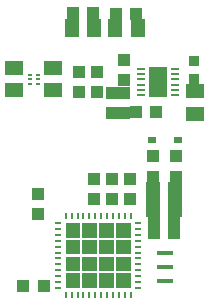
<source format=gbr>
G04 EAGLE Gerber RS-274X export*
G75*
%MOMM*%
%FSLAX34Y34*%
%LPD*%
%INSolderpaste Bottom*%
%IPPOS*%
%AMOC8*
5,1,8,0,0,1.08239X$1,22.5*%
G01*
%ADD10R,1.100000X1.000000*%
%ADD11R,1.399997X0.400000*%
%ADD12R,0.550000X0.254000*%
%ADD13R,0.254000X0.550000*%
%ADD14R,1.000000X1.100000*%
%ADD15R,0.800000X0.500000*%
%ADD16R,1.500000X1.300000*%
%ADD17R,0.460000X0.180000*%
%ADD18R,1.300000X1.500000*%
%ADD19R,0.970000X0.900000*%
%ADD20R,0.800000X0.230000*%
%ADD21R,1.630000X2.600000*%

G36*
X-12841Y100030D02*
X-12841Y100030D01*
X-12839Y100029D01*
X-12796Y100049D01*
X-12752Y100067D01*
X-12751Y100069D01*
X-12749Y100070D01*
X-12717Y100155D01*
X-12717Y112379D01*
X-12717Y112381D01*
X-12717Y112383D01*
X-12736Y112426D01*
X-12755Y112470D01*
X-12757Y112471D01*
X-12758Y112473D01*
X-12843Y112506D01*
X-25067Y112506D01*
X-25069Y112505D01*
X-25071Y112505D01*
X-25114Y112486D01*
X-25157Y112467D01*
X-25158Y112465D01*
X-25160Y112464D01*
X-25193Y112379D01*
X-25193Y100155D01*
X-25192Y100153D01*
X-25193Y100151D01*
X-25173Y100108D01*
X-25155Y100065D01*
X-25153Y100064D01*
X-25152Y100062D01*
X-25067Y100029D01*
X-12843Y100029D01*
X-12841Y100030D01*
G37*
G36*
X15607Y100030D02*
X15607Y100030D01*
X15609Y100029D01*
X15652Y100049D01*
X15696Y100067D01*
X15697Y100069D01*
X15699Y100070D01*
X15732Y100155D01*
X15732Y112379D01*
X15731Y112381D01*
X15731Y112383D01*
X15712Y112426D01*
X15693Y112470D01*
X15691Y112471D01*
X15690Y112473D01*
X15605Y112506D01*
X3381Y112506D01*
X3379Y112505D01*
X3377Y112505D01*
X3334Y112486D01*
X3291Y112467D01*
X3290Y112465D01*
X3288Y112464D01*
X3255Y112379D01*
X3255Y100155D01*
X3256Y100153D01*
X3255Y100151D01*
X3275Y100108D01*
X3293Y100065D01*
X3295Y100064D01*
X3296Y100062D01*
X3381Y100029D01*
X15605Y100029D01*
X15607Y100030D01*
G37*
G36*
X1383Y100030D02*
X1383Y100030D01*
X1385Y100029D01*
X1428Y100049D01*
X1472Y100067D01*
X1473Y100069D01*
X1475Y100070D01*
X1508Y100155D01*
X1508Y112379D01*
X1507Y112381D01*
X1507Y112383D01*
X1488Y112426D01*
X1469Y112470D01*
X1467Y112471D01*
X1466Y112473D01*
X1381Y112506D01*
X-10843Y112506D01*
X-10845Y112505D01*
X-10847Y112505D01*
X-10890Y112486D01*
X-10933Y112467D01*
X-10934Y112465D01*
X-10936Y112464D01*
X-10969Y112379D01*
X-10969Y100155D01*
X-10968Y100153D01*
X-10969Y100151D01*
X-10949Y100108D01*
X-10931Y100065D01*
X-10929Y100064D01*
X-10928Y100062D01*
X-10843Y100029D01*
X1381Y100029D01*
X1383Y100030D01*
G37*
G36*
X29831Y100030D02*
X29831Y100030D01*
X29833Y100029D01*
X29876Y100049D01*
X29920Y100067D01*
X29921Y100069D01*
X29923Y100070D01*
X29956Y100155D01*
X29956Y112379D01*
X29955Y112381D01*
X29955Y112383D01*
X29936Y112426D01*
X29917Y112470D01*
X29915Y112471D01*
X29914Y112473D01*
X29829Y112506D01*
X17605Y112506D01*
X17603Y112505D01*
X17601Y112505D01*
X17558Y112486D01*
X17515Y112467D01*
X17514Y112465D01*
X17512Y112464D01*
X17479Y112379D01*
X17479Y100155D01*
X17480Y100153D01*
X17479Y100151D01*
X17499Y100108D01*
X17517Y100065D01*
X17519Y100064D01*
X17520Y100062D01*
X17605Y100029D01*
X29829Y100029D01*
X29831Y100030D01*
G37*
G36*
X15607Y85806D02*
X15607Y85806D01*
X15609Y85805D01*
X15652Y85825D01*
X15696Y85843D01*
X15697Y85845D01*
X15699Y85846D01*
X15732Y85931D01*
X15732Y98155D01*
X15731Y98157D01*
X15731Y98159D01*
X15712Y98202D01*
X15693Y98246D01*
X15691Y98247D01*
X15690Y98249D01*
X15605Y98282D01*
X3381Y98282D01*
X3379Y98281D01*
X3377Y98281D01*
X3334Y98262D01*
X3291Y98243D01*
X3290Y98241D01*
X3288Y98240D01*
X3255Y98155D01*
X3255Y85931D01*
X3256Y85929D01*
X3255Y85927D01*
X3275Y85884D01*
X3293Y85841D01*
X3295Y85840D01*
X3296Y85838D01*
X3381Y85805D01*
X15605Y85805D01*
X15607Y85806D01*
G37*
G36*
X-12841Y85806D02*
X-12841Y85806D01*
X-12839Y85805D01*
X-12796Y85825D01*
X-12752Y85843D01*
X-12751Y85845D01*
X-12749Y85846D01*
X-12717Y85931D01*
X-12717Y98155D01*
X-12717Y98157D01*
X-12717Y98159D01*
X-12736Y98202D01*
X-12755Y98246D01*
X-12757Y98247D01*
X-12758Y98249D01*
X-12843Y98282D01*
X-25067Y98282D01*
X-25069Y98281D01*
X-25071Y98281D01*
X-25114Y98262D01*
X-25157Y98243D01*
X-25158Y98241D01*
X-25160Y98240D01*
X-25193Y98155D01*
X-25193Y85931D01*
X-25192Y85929D01*
X-25193Y85927D01*
X-25173Y85884D01*
X-25155Y85841D01*
X-25153Y85840D01*
X-25152Y85838D01*
X-25067Y85805D01*
X-12843Y85805D01*
X-12841Y85806D01*
G37*
G36*
X1383Y85806D02*
X1383Y85806D01*
X1385Y85805D01*
X1428Y85825D01*
X1472Y85843D01*
X1473Y85845D01*
X1475Y85846D01*
X1508Y85931D01*
X1508Y98155D01*
X1507Y98157D01*
X1507Y98159D01*
X1488Y98202D01*
X1469Y98246D01*
X1467Y98247D01*
X1466Y98249D01*
X1381Y98282D01*
X-10843Y98282D01*
X-10845Y98281D01*
X-10847Y98281D01*
X-10890Y98262D01*
X-10933Y98243D01*
X-10934Y98241D01*
X-10936Y98240D01*
X-10969Y98155D01*
X-10969Y85931D01*
X-10968Y85929D01*
X-10969Y85927D01*
X-10949Y85884D01*
X-10931Y85841D01*
X-10929Y85840D01*
X-10928Y85838D01*
X-10843Y85805D01*
X1381Y85805D01*
X1383Y85806D01*
G37*
G36*
X29831Y85806D02*
X29831Y85806D01*
X29833Y85805D01*
X29876Y85825D01*
X29920Y85843D01*
X29921Y85845D01*
X29923Y85846D01*
X29956Y85931D01*
X29956Y98155D01*
X29955Y98157D01*
X29955Y98159D01*
X29936Y98202D01*
X29917Y98246D01*
X29915Y98247D01*
X29914Y98249D01*
X29829Y98282D01*
X17605Y98282D01*
X17603Y98281D01*
X17601Y98281D01*
X17558Y98262D01*
X17515Y98243D01*
X17514Y98241D01*
X17512Y98240D01*
X17479Y98155D01*
X17479Y85931D01*
X17480Y85929D01*
X17479Y85927D01*
X17499Y85884D01*
X17517Y85841D01*
X17519Y85840D01*
X17520Y85838D01*
X17605Y85805D01*
X29829Y85805D01*
X29831Y85806D01*
G37*
G36*
X-12841Y71582D02*
X-12841Y71582D01*
X-12839Y71581D01*
X-12796Y71601D01*
X-12752Y71619D01*
X-12751Y71621D01*
X-12749Y71622D01*
X-12717Y71707D01*
X-12717Y83931D01*
X-12717Y83933D01*
X-12717Y83935D01*
X-12736Y83978D01*
X-12755Y84022D01*
X-12757Y84023D01*
X-12758Y84025D01*
X-12843Y84058D01*
X-25067Y84058D01*
X-25069Y84057D01*
X-25071Y84057D01*
X-25114Y84038D01*
X-25157Y84019D01*
X-25158Y84017D01*
X-25160Y84016D01*
X-25193Y83931D01*
X-25193Y71707D01*
X-25192Y71705D01*
X-25193Y71703D01*
X-25173Y71660D01*
X-25155Y71617D01*
X-25153Y71616D01*
X-25152Y71614D01*
X-25067Y71581D01*
X-12843Y71581D01*
X-12841Y71582D01*
G37*
G36*
X15607Y71582D02*
X15607Y71582D01*
X15609Y71581D01*
X15652Y71601D01*
X15696Y71619D01*
X15697Y71621D01*
X15699Y71622D01*
X15732Y71707D01*
X15732Y83931D01*
X15731Y83933D01*
X15731Y83935D01*
X15712Y83978D01*
X15693Y84022D01*
X15691Y84023D01*
X15690Y84025D01*
X15605Y84058D01*
X3381Y84058D01*
X3379Y84057D01*
X3377Y84057D01*
X3334Y84038D01*
X3291Y84019D01*
X3290Y84017D01*
X3288Y84016D01*
X3255Y83931D01*
X3255Y71707D01*
X3256Y71705D01*
X3255Y71703D01*
X3275Y71660D01*
X3293Y71617D01*
X3295Y71616D01*
X3296Y71614D01*
X3381Y71581D01*
X15605Y71581D01*
X15607Y71582D01*
G37*
G36*
X1383Y71582D02*
X1383Y71582D01*
X1385Y71581D01*
X1428Y71601D01*
X1472Y71619D01*
X1473Y71621D01*
X1475Y71622D01*
X1508Y71707D01*
X1508Y83931D01*
X1507Y83933D01*
X1507Y83935D01*
X1488Y83978D01*
X1469Y84022D01*
X1467Y84023D01*
X1466Y84025D01*
X1381Y84058D01*
X-10843Y84058D01*
X-10845Y84057D01*
X-10847Y84057D01*
X-10890Y84038D01*
X-10933Y84019D01*
X-10934Y84017D01*
X-10936Y84016D01*
X-10969Y83931D01*
X-10969Y71707D01*
X-10968Y71705D01*
X-10969Y71703D01*
X-10949Y71660D01*
X-10931Y71617D01*
X-10929Y71616D01*
X-10928Y71614D01*
X-10843Y71581D01*
X1381Y71581D01*
X1383Y71582D01*
G37*
G36*
X29831Y71582D02*
X29831Y71582D01*
X29833Y71581D01*
X29876Y71601D01*
X29920Y71619D01*
X29921Y71621D01*
X29923Y71622D01*
X29956Y71707D01*
X29956Y83931D01*
X29955Y83933D01*
X29955Y83935D01*
X29936Y83978D01*
X29917Y84022D01*
X29915Y84023D01*
X29914Y84025D01*
X29829Y84058D01*
X17605Y84058D01*
X17603Y84057D01*
X17601Y84057D01*
X17558Y84038D01*
X17515Y84019D01*
X17514Y84017D01*
X17512Y84016D01*
X17479Y83931D01*
X17479Y71707D01*
X17480Y71705D01*
X17479Y71703D01*
X17499Y71660D01*
X17517Y71617D01*
X17519Y71616D01*
X17520Y71614D01*
X17605Y71581D01*
X29829Y71581D01*
X29831Y71582D01*
G37*
G36*
X1383Y57358D02*
X1383Y57358D01*
X1385Y57357D01*
X1428Y57377D01*
X1472Y57395D01*
X1473Y57397D01*
X1475Y57398D01*
X1508Y57483D01*
X1508Y69707D01*
X1507Y69709D01*
X1507Y69711D01*
X1488Y69754D01*
X1469Y69798D01*
X1467Y69799D01*
X1466Y69801D01*
X1381Y69834D01*
X-10843Y69834D01*
X-10845Y69833D01*
X-10847Y69833D01*
X-10890Y69814D01*
X-10933Y69795D01*
X-10934Y69793D01*
X-10936Y69792D01*
X-10969Y69707D01*
X-10969Y57483D01*
X-10968Y57481D01*
X-10969Y57479D01*
X-10949Y57436D01*
X-10931Y57393D01*
X-10929Y57392D01*
X-10928Y57390D01*
X-10843Y57357D01*
X1381Y57357D01*
X1383Y57358D01*
G37*
G36*
X15607Y57358D02*
X15607Y57358D01*
X15609Y57357D01*
X15652Y57377D01*
X15696Y57395D01*
X15697Y57397D01*
X15699Y57398D01*
X15732Y57483D01*
X15732Y69707D01*
X15731Y69709D01*
X15731Y69711D01*
X15712Y69754D01*
X15693Y69798D01*
X15691Y69799D01*
X15690Y69801D01*
X15605Y69834D01*
X3381Y69834D01*
X3379Y69833D01*
X3377Y69833D01*
X3334Y69814D01*
X3291Y69795D01*
X3290Y69793D01*
X3288Y69792D01*
X3255Y69707D01*
X3255Y57483D01*
X3256Y57481D01*
X3255Y57479D01*
X3275Y57436D01*
X3293Y57393D01*
X3295Y57392D01*
X3296Y57390D01*
X3381Y57357D01*
X15605Y57357D01*
X15607Y57358D01*
G37*
G36*
X29831Y57358D02*
X29831Y57358D01*
X29833Y57357D01*
X29876Y57377D01*
X29920Y57395D01*
X29921Y57397D01*
X29923Y57398D01*
X29956Y57483D01*
X29956Y69707D01*
X29955Y69709D01*
X29955Y69711D01*
X29936Y69754D01*
X29917Y69798D01*
X29915Y69799D01*
X29914Y69801D01*
X29829Y69834D01*
X17605Y69834D01*
X17603Y69833D01*
X17601Y69833D01*
X17558Y69814D01*
X17515Y69795D01*
X17514Y69793D01*
X17512Y69792D01*
X17479Y69707D01*
X17479Y57483D01*
X17480Y57481D01*
X17479Y57479D01*
X17499Y57436D01*
X17517Y57393D01*
X17519Y57392D01*
X17520Y57390D01*
X17605Y57357D01*
X29829Y57357D01*
X29831Y57358D01*
G37*
G36*
X-12841Y57358D02*
X-12841Y57358D01*
X-12839Y57357D01*
X-12796Y57377D01*
X-12752Y57395D01*
X-12751Y57397D01*
X-12749Y57398D01*
X-12717Y57483D01*
X-12717Y69707D01*
X-12717Y69709D01*
X-12717Y69711D01*
X-12736Y69754D01*
X-12755Y69798D01*
X-12757Y69799D01*
X-12758Y69801D01*
X-12843Y69834D01*
X-25067Y69834D01*
X-25069Y69833D01*
X-25071Y69833D01*
X-25114Y69814D01*
X-25157Y69795D01*
X-25158Y69793D01*
X-25160Y69792D01*
X-25193Y69707D01*
X-25193Y57483D01*
X-25192Y57481D01*
X-25193Y57479D01*
X-25173Y57436D01*
X-25155Y57393D01*
X-25153Y57392D01*
X-25152Y57390D01*
X-25067Y57357D01*
X-12843Y57357D01*
X-12841Y57358D01*
G37*
D10*
X48419Y151838D03*
X48419Y168838D03*
X68263Y168838D03*
X68263Y151838D03*
D11*
X58738Y63406D03*
X58738Y75406D03*
X58738Y87406D03*
D12*
X36181Y112438D03*
X36181Y107437D03*
X36181Y102435D03*
X36181Y97434D03*
X36181Y92433D03*
X36181Y87432D03*
X36181Y82430D03*
X36181Y77429D03*
X36181Y72428D03*
X36181Y67427D03*
X36181Y62425D03*
X36181Y57424D03*
D13*
X29888Y51131D03*
X24887Y51131D03*
X19885Y51131D03*
X14884Y51131D03*
X9883Y51131D03*
X4882Y51131D03*
X-120Y51131D03*
X-5121Y51131D03*
X-10122Y51131D03*
X-15123Y51131D03*
X-20125Y51131D03*
X-25126Y51131D03*
D12*
X-31419Y57424D03*
X-31419Y62425D03*
X-31419Y67427D03*
X-31419Y72428D03*
X-31419Y77429D03*
X-31419Y82430D03*
X-31419Y87432D03*
X-31419Y92433D03*
X-31419Y97434D03*
X-31419Y102435D03*
X-31419Y107437D03*
X-31419Y112438D03*
D13*
X-25126Y118731D03*
X-20125Y118731D03*
X-15123Y118731D03*
X-10122Y118731D03*
X-5121Y118731D03*
X-120Y118731D03*
X4882Y118731D03*
X9883Y118731D03*
X14884Y118731D03*
X19885Y118731D03*
X24887Y118731D03*
X29888Y118731D03*
D10*
X-48419Y137088D03*
X-48419Y120088D03*
D14*
X-43888Y58738D03*
X-60888Y58738D03*
D10*
X49444Y113506D03*
X66444Y113506D03*
X49444Y103981D03*
X66444Y103981D03*
X-794Y132788D03*
X-794Y149788D03*
X14288Y132788D03*
X14288Y149788D03*
X29369Y132788D03*
X29369Y149788D03*
D15*
X69738Y182563D03*
X47738Y182563D03*
D16*
X-35719Y243656D03*
X-35719Y224656D03*
X-69056Y243656D03*
X-69056Y224656D03*
D17*
X-48988Y238156D03*
X-48988Y234156D03*
X-48988Y230156D03*
X-55788Y230156D03*
X-55788Y234156D03*
X-55788Y238156D03*
D10*
X17694Y289719D03*
X34694Y289719D03*
D18*
X16694Y277813D03*
X35694Y277813D03*
X-819Y277813D03*
X-19819Y277813D03*
D10*
X-1819Y290513D03*
X-18819Y290513D03*
D19*
X83344Y234244D03*
X83344Y249944D03*
D20*
X67681Y243025D03*
X67681Y238525D03*
X67681Y234025D03*
X67681Y229525D03*
X67681Y225025D03*
X67681Y220525D03*
X38681Y220525D03*
X38681Y225025D03*
X38681Y229525D03*
X38681Y234025D03*
X38681Y238525D03*
X38681Y243025D03*
D21*
X53181Y231775D03*
D14*
X24606Y233594D03*
X24606Y250594D03*
D10*
X14288Y205813D03*
X14288Y222813D03*
D14*
X51363Y206375D03*
X34363Y206375D03*
X24606Y222813D03*
X24606Y205813D03*
D16*
X84138Y223813D03*
X84138Y204813D03*
D18*
X48444Y125413D03*
X67444Y125413D03*
X48444Y139700D03*
X67444Y139700D03*
D10*
X-14288Y240275D03*
X-14288Y223275D03*
X1588Y240275D03*
X1588Y223275D03*
M02*

</source>
